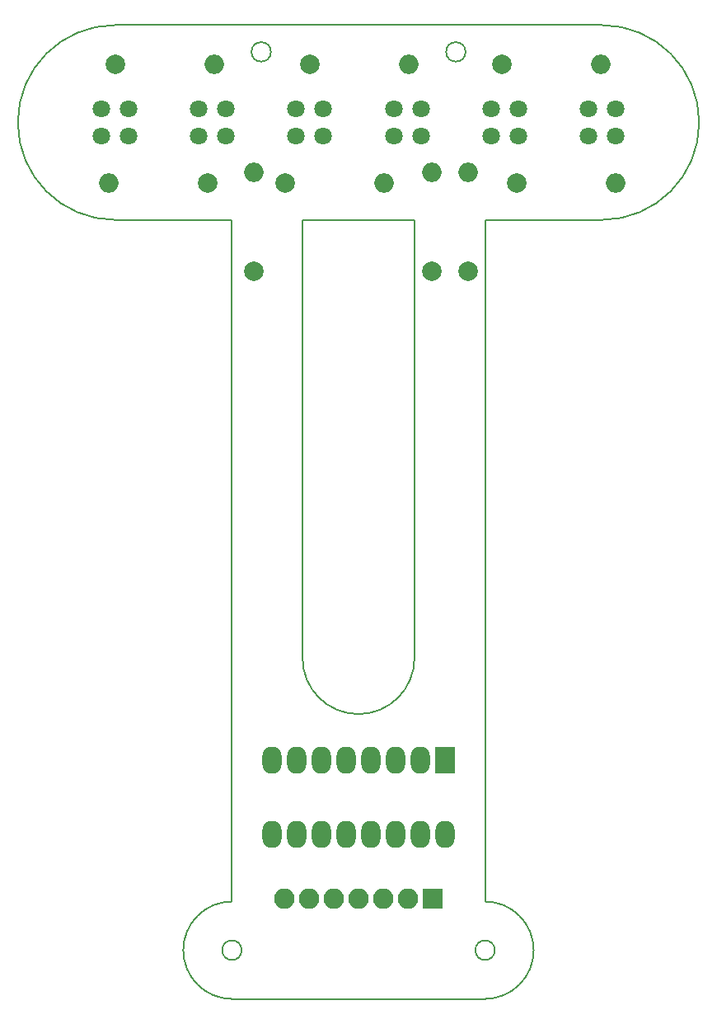
<source format=gbs>
G04 #@! TF.FileFunction,Soldermask,Bot*
%FSLAX46Y46*%
G04 Gerber Fmt 4.6, Leading zero omitted, Abs format (unit mm)*
G04 Created by KiCad (PCBNEW 4.0.6) date 08/31/17 12:51:17*
%MOMM*%
%LPD*%
G01*
G04 APERTURE LIST*
%ADD10C,0.100000*%
%ADD11C,0.150000*%
%ADD12C,2.000000*%
%ADD13O,2.000000X2.000000*%
%ADD14R,2.000000X2.800000*%
%ADD15O,2.000000X2.800000*%
%ADD16C,1.800000*%
%ADD17R,2.100000X2.100000*%
%ADD18O,2.100000X2.100000*%
G04 APERTURE END LIST*
D10*
D11*
X48000000Y80000000D02*
X48000000Y10000000D01*
X22000000Y80000000D02*
X22000000Y10000000D01*
X60000000Y80000000D02*
X48000000Y80000000D01*
X10000000Y80000000D02*
X22000000Y80000000D01*
X29250000Y80000000D02*
X40750000Y80000000D01*
X29250000Y35000000D02*
G75*
G03X40750000Y35000000I5750000J0D01*
G01*
X40750000Y80000000D02*
X40750000Y35000000D01*
X29250000Y80000000D02*
X29250000Y35000000D01*
X22000000Y10000000D02*
G75*
G03X22000000Y0I0J-5000000D01*
G01*
X48000000Y10000000D02*
G75*
G02X48000000Y0I0J-5000000D01*
G01*
X22000000Y0D02*
X48000000Y0D01*
X49000000Y5000000D02*
G75*
G03X49000000Y5000000I-1000000J0D01*
G01*
X23000000Y5000000D02*
G75*
G03X23000000Y5000000I-1000000J0D01*
G01*
X10000000Y80000000D02*
G75*
G02X10000000Y100000000I0J10000000D01*
G01*
X60000000Y80000000D02*
G75*
G03X60000000Y100000000I0J10000000D01*
G01*
X10000000Y100000000D02*
X60000000Y100000000D01*
X46000000Y97250000D02*
G75*
G03X46000000Y97250000I-1000000J0D01*
G01*
X26000000Y97250000D02*
G75*
G03X26000000Y97250000I-1000000J0D01*
G01*
D12*
X10000000Y96000000D03*
D13*
X20160000Y96000000D03*
D12*
X19500000Y83750000D03*
D13*
X9340000Y83750000D03*
D12*
X24250000Y74750000D03*
D13*
X24250000Y84910000D03*
D12*
X30000000Y96000000D03*
D13*
X40160000Y96000000D03*
D12*
X27500000Y83750000D03*
D13*
X37660000Y83750000D03*
D12*
X42500000Y74750000D03*
D13*
X42500000Y84910000D03*
D12*
X49750000Y96000000D03*
D13*
X59910000Y96000000D03*
D12*
X46250000Y74750000D03*
D13*
X46250000Y84910000D03*
D12*
X51250000Y83750000D03*
D13*
X61410000Y83750000D03*
D14*
X43890000Y24500000D03*
D15*
X26110000Y16880000D03*
X41350000Y24500000D03*
X28650000Y16880000D03*
X38810000Y24500000D03*
X31190000Y16880000D03*
X36270000Y24500000D03*
X33730000Y16880000D03*
X33730000Y24500000D03*
X36270000Y16880000D03*
X31190000Y24500000D03*
X38810000Y16880000D03*
X28650000Y24500000D03*
X41350000Y16880000D03*
X26110000Y24500000D03*
X43890000Y16880000D03*
D16*
X58600000Y91400000D03*
X61400000Y91400000D03*
X58600000Y88600000D03*
X61400000Y88600000D03*
X48600000Y91400000D03*
X51400000Y91400000D03*
X48600000Y88600000D03*
X51400000Y88600000D03*
X38600000Y91400000D03*
X41400000Y91400000D03*
X38600000Y88600000D03*
X41400000Y88600000D03*
X28600000Y91400000D03*
X31400000Y91400000D03*
X28600000Y88600000D03*
X31400000Y88600000D03*
X18600000Y91400000D03*
X21400000Y91400000D03*
X18600000Y88600000D03*
X21400000Y88600000D03*
X8600000Y91400000D03*
X11400000Y91400000D03*
X8600000Y88600000D03*
X11400000Y88600000D03*
D17*
X42620000Y10250000D03*
D18*
X40080000Y10250000D03*
X37540000Y10250000D03*
X35000000Y10250000D03*
X32460000Y10250000D03*
X29920000Y10250000D03*
X27380000Y10250000D03*
M02*

</source>
